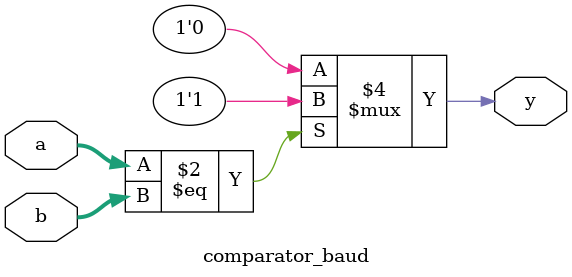
<source format=sv>
module comparator_baud(input logic [13:0] a,b, output logic y );

always_comb
begin
    if (a == b)
    begin 
        y = 1;
    end
    else
    begin
        y = 0;
    end
end

endmodule

</source>
